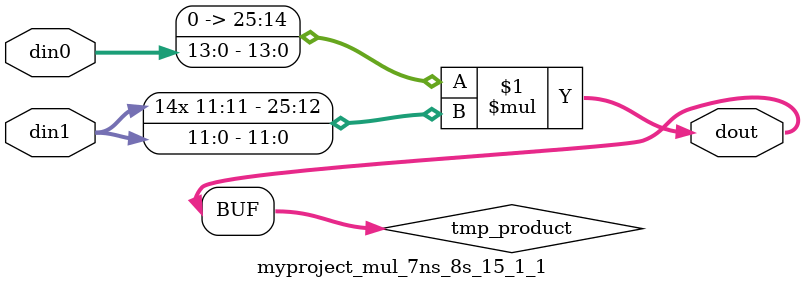
<source format=v>

`timescale 1 ns / 1 ps

 module myproject_mul_7ns_8s_15_1_1(din0, din1, dout);
parameter ID = 1;
parameter NUM_STAGE = 0;
parameter din0_WIDTH = 14;
parameter din1_WIDTH = 12;
parameter dout_WIDTH = 26;

input [din0_WIDTH - 1 : 0] din0; 
input [din1_WIDTH - 1 : 0] din1; 
output [dout_WIDTH - 1 : 0] dout;

wire signed [dout_WIDTH - 1 : 0] tmp_product;

























assign tmp_product = $signed({1'b0, din0}) * $signed(din1);










assign dout = tmp_product;





















endmodule

</source>
